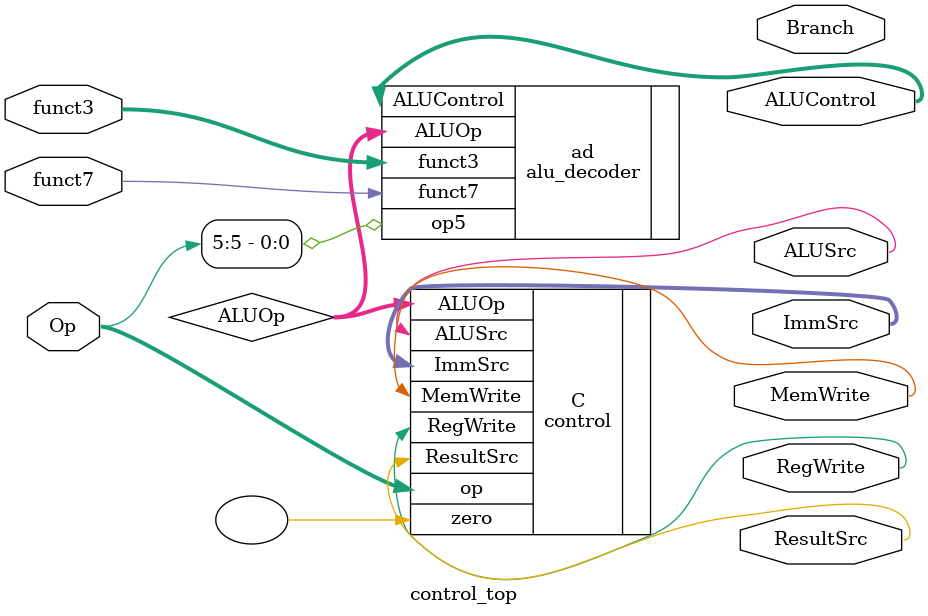
<source format=v>
`include "main_decoder1.v"
`include "Aludecoder.v"








module control_top(Op,funct3,funct7,RegWrite,ALUSrc,MemWrite,ResultSrc,Branch,ImmSrc,ALUControl);
input [6:0]Op;
input funct7;
input [2:0]funct3;
output RegWrite,ALUSrc,MemWrite,ResultSrc,Branch;
output [1:0]ImmSrc;
output [2:0]ALUControl;


wire[1:0] ALUOp;



//module control (    op,    zero,    RegWrite,    MemWrite,    ResultSrc,    ALUSrc,    ImmSrc,    ALUOp,    PCSrc);
control C(.op(Op),
        .zero(),
        .RegWrite(RegWrite),
        .MemWrite(MemWrite),
        .ResultSrc(ResultSrc),
        .ALUSrc(ALUSrc),
        .ImmSrc(ImmSrc),
        .ALUOp(ALUOp)
        );



//module alu_decoder (    ALUOp,    funct3,    funct7,    ALUControl,    op5);


alu_decoder ad(
                .ALUOp(ALUOp),
                .funct3(funct3),
                .funct7(funct7),
                .ALUControl(ALUControl),
                .op5(Op[5])
);





endmodule
</source>
